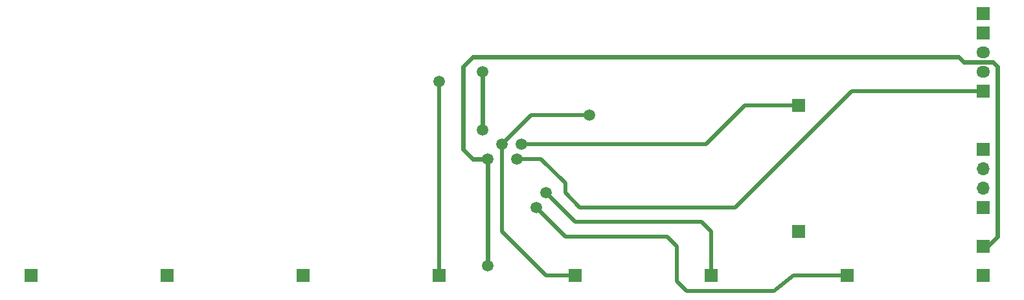
<source format=gbr>
%TF.GenerationSoftware,KiCad,Pcbnew,(5.1.8)-1*%
%TF.CreationDate,2025-07-04T22:22:32+03:00*%
%TF.ProjectId,MUX8x1-1bit,4d555838-7831-42d3-9162-69742e6b6963,rev?*%
%TF.SameCoordinates,Original*%
%TF.FileFunction,Copper,L2,Bot*%
%TF.FilePolarity,Positive*%
%FSLAX46Y46*%
G04 Gerber Fmt 4.6, Leading zero omitted, Abs format (unit mm)*
G04 Created by KiCad (PCBNEW (5.1.8)-1) date 2025-07-04 22:22:32*
%MOMM*%
%LPD*%
G01*
G04 APERTURE LIST*
%TA.AperFunction,ComponentPad*%
%ADD10R,1.700000X1.700000*%
%TD*%
%TA.AperFunction,ComponentPad*%
%ADD11O,1.800000X1.500000*%
%TD*%
%TA.AperFunction,ComponentPad*%
%ADD12O,1.700000X1.700000*%
%TD*%
%TA.AperFunction,ViaPad*%
%ADD13C,1.500000*%
%TD*%
%TA.AperFunction,Conductor*%
%ADD14C,0.600000*%
%TD*%
%TA.AperFunction,Conductor*%
%ADD15C,0.500000*%
%TD*%
G04 APERTURE END LIST*
D10*
%TO.P,J16,1*%
%TO.N,GND*%
X142240000Y-52070000D03*
%TD*%
%TO.P,J15,1*%
%TO.N,VCC*%
X142240000Y-21590000D03*
%TD*%
%TO.P,J14,1*%
%TO.N,/O1*%
X118110000Y-33655000D03*
%TD*%
%TO.P,J13,1*%
%TO.N,/~E1*%
X142240000Y-31750000D03*
%TD*%
D11*
%TO.P,J12,3*%
%TO.N,/S1.2*%
X142240000Y-29210000D03*
%TO.P,J12,2*%
%TO.N,/S1.1*%
X142240000Y-26670000D03*
D10*
%TO.P,J12,1*%
%TO.N,/S1.0*%
X142240000Y-24130000D03*
%TD*%
%TO.P,J11,1*%
%TO.N,/O0*%
X118110000Y-50165000D03*
%TD*%
%TO.P,J10,1*%
%TO.N,/~E0*%
X142240000Y-46990000D03*
%TD*%
D12*
%TO.P,J9,3*%
%TO.N,/S0.2*%
X142240000Y-44450000D03*
%TO.P,J9,2*%
%TO.N,/S0.1*%
X142240000Y-41910000D03*
D10*
%TO.P,J9,1*%
%TO.N,/S0.0*%
X142240000Y-39370000D03*
%TD*%
%TO.P,J8,1*%
%TO.N,/D7*%
X142240000Y-55880000D03*
%TD*%
%TO.P,J7,1*%
%TO.N,/D6*%
X124460000Y-55880000D03*
%TD*%
%TO.P,J6,1*%
%TO.N,/D5*%
X106680000Y-55880000D03*
%TD*%
%TO.P,J5,1*%
%TO.N,/D4*%
X88900000Y-55880000D03*
%TD*%
%TO.P,J4,1*%
%TO.N,/D3*%
X71120000Y-55880000D03*
%TD*%
%TO.P,J3,1*%
%TO.N,/D2*%
X53340000Y-55880000D03*
%TD*%
%TO.P,J2,1*%
%TO.N,/D1*%
X35560000Y-55880000D03*
%TD*%
%TO.P,J1,1*%
%TO.N,/D0*%
X17780000Y-55880000D03*
%TD*%
D13*
%TO.N,GND*%
X77470000Y-40640000D03*
X77470000Y-54610000D03*
%TO.N,VCC*%
X76835000Y-36830000D03*
X76835000Y-29210000D03*
%TO.N,/D3*%
X71120000Y-30480000D03*
%TO.N,/D4*%
X90805000Y-34925000D03*
X79375000Y-38735000D03*
%TO.N,/D5*%
X85090000Y-45085000D03*
%TO.N,/D6*%
X83820000Y-46990000D03*
%TO.N,/~E1*%
X81280000Y-40640000D03*
%TO.N,/O1*%
X81915000Y-38735000D03*
%TD*%
D14*
%TO.N,GND*%
X77470000Y-40640000D02*
X77470000Y-54610000D01*
X144145000Y-50800000D02*
X142875000Y-52070000D01*
X144145000Y-28575000D02*
X144145000Y-50800000D01*
X139700000Y-27940000D02*
X143510000Y-27940000D01*
X142875000Y-52070000D02*
X142240000Y-52070000D01*
X139065000Y-27305000D02*
X139700000Y-27940000D01*
X75565000Y-27305000D02*
X139065000Y-27305000D01*
X74295000Y-28575000D02*
X75565000Y-27305000D01*
X143510000Y-27940000D02*
X144145000Y-28575000D01*
X74295000Y-39370000D02*
X74295000Y-28575000D01*
X75565000Y-40640000D02*
X74295000Y-39370000D01*
X77470000Y-40640000D02*
X75565000Y-40640000D01*
%TO.N,VCC*%
X76835000Y-29210000D02*
X76835000Y-36830000D01*
D15*
%TO.N,/D3*%
X71120000Y-30480000D02*
X71120000Y-55880000D01*
%TO.N,/D4*%
X90805000Y-34925000D02*
X85090000Y-34925000D01*
X83185000Y-34925000D02*
X79375000Y-38735000D01*
X85090000Y-34925000D02*
X83185000Y-34925000D01*
X85090000Y-55880000D02*
X88900000Y-55880000D01*
X79375000Y-50165000D02*
X85090000Y-55880000D01*
X79375000Y-38735000D02*
X79375000Y-50165000D01*
%TO.N,/D5*%
X106680000Y-50165000D02*
X106680000Y-55880000D01*
X85090000Y-45085000D02*
X87630000Y-47625000D01*
X88900000Y-48895000D02*
X87630000Y-47625000D01*
X105410000Y-48895000D02*
X88900000Y-48895000D01*
X105410000Y-48895000D02*
X106680000Y-50165000D01*
%TO.N,/D6*%
X117475000Y-55880000D02*
X124460000Y-55880000D01*
X114935000Y-57912000D02*
X117475000Y-55880000D01*
X103505000Y-57912000D02*
X114935000Y-57912000D01*
X102235000Y-56642000D02*
X103505000Y-57912000D01*
X102235000Y-52070000D02*
X102235000Y-56642000D01*
X83820000Y-46990000D02*
X86360000Y-49530000D01*
X100965000Y-50800000D02*
X87630000Y-50800000D01*
X87630000Y-50800000D02*
X86360000Y-49530000D01*
X100965000Y-50800000D02*
X102235000Y-52070000D01*
%TO.N,/~E1*%
X130810000Y-31750000D02*
X142240000Y-31750000D01*
X125095000Y-31750000D02*
X130810000Y-31750000D01*
X109855000Y-46990000D02*
X125095000Y-31750000D01*
X89535000Y-46990000D02*
X109855000Y-46990000D01*
X87630000Y-45085000D02*
X89535000Y-46990000D01*
X87630000Y-43815000D02*
X87630000Y-45085000D01*
X84455000Y-40640000D02*
X87630000Y-43815000D01*
X81280000Y-40640000D02*
X84455000Y-40640000D01*
%TO.N,/O1*%
X81915000Y-38735000D02*
X85725000Y-38735000D01*
X85725000Y-38735000D02*
X106045000Y-38735000D01*
X111125000Y-33655000D02*
X118110000Y-33655000D01*
X106045000Y-38735000D02*
X111125000Y-33655000D01*
%TD*%
M02*

</source>
